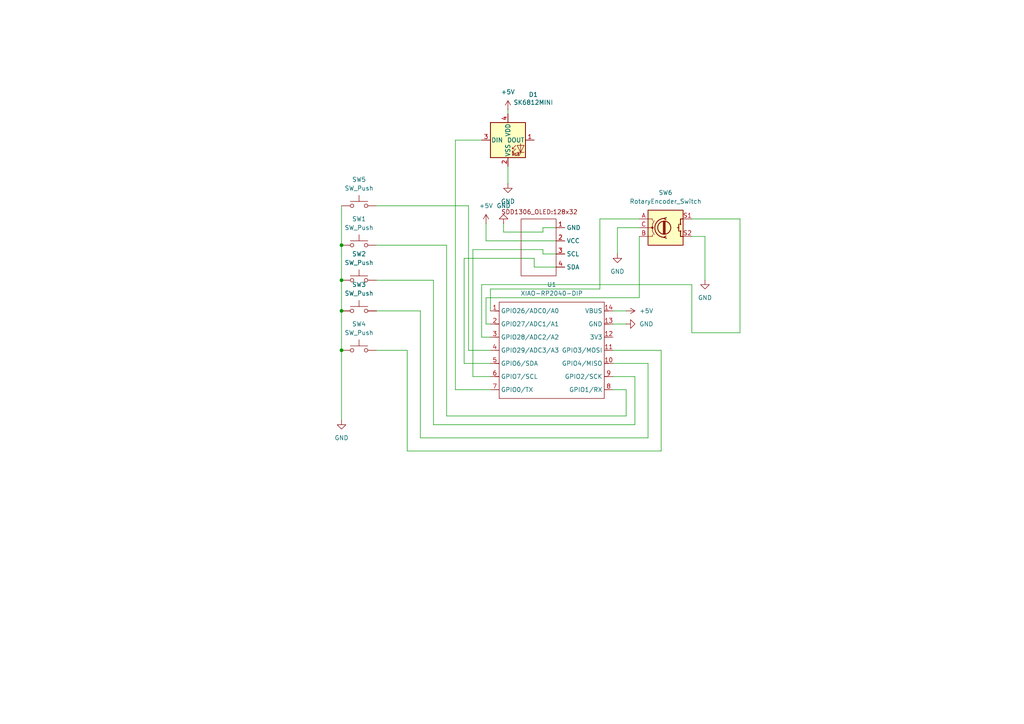
<source format=kicad_sch>
(kicad_sch
	(version 20250114)
	(generator "eeschema")
	(generator_version "9.0")
	(uuid "e2f23d5c-9e18-4dc2-b16a-7b4fffe71500")
	(paper "A4")
	(title_block
		(title "KLOUČEK FILIP")
		(date "2025-12-28")
	)
	(lib_symbols
		(symbol "Device:RotaryEncoder_Switch"
			(pin_names
				(offset 0.254)
				(hide yes)
			)
			(exclude_from_sim no)
			(in_bom yes)
			(on_board yes)
			(property "Reference" "SW"
				(at 0 6.604 0)
				(effects
					(font
						(size 1.27 1.27)
					)
				)
			)
			(property "Value" "RotaryEncoder_Switch"
				(at 0 -6.604 0)
				(effects
					(font
						(size 1.27 1.27)
					)
				)
			)
			(property "Footprint" ""
				(at -3.81 4.064 0)
				(effects
					(font
						(size 1.27 1.27)
					)
					(hide yes)
				)
			)
			(property "Datasheet" "~"
				(at 0 6.604 0)
				(effects
					(font
						(size 1.27 1.27)
					)
					(hide yes)
				)
			)
			(property "Description" "Rotary encoder, dual channel, incremental quadrate outputs, with switch"
				(at 0 0 0)
				(effects
					(font
						(size 1.27 1.27)
					)
					(hide yes)
				)
			)
			(property "ki_keywords" "rotary switch encoder switch push button"
				(at 0 0 0)
				(effects
					(font
						(size 1.27 1.27)
					)
					(hide yes)
				)
			)
			(property "ki_fp_filters" "RotaryEncoder*Switch*"
				(at 0 0 0)
				(effects
					(font
						(size 1.27 1.27)
					)
					(hide yes)
				)
			)
			(symbol "RotaryEncoder_Switch_0_1"
				(rectangle
					(start -5.08 5.08)
					(end 5.08 -5.08)
					(stroke
						(width 0.254)
						(type default)
					)
					(fill
						(type background)
					)
				)
				(polyline
					(pts
						(xy -5.08 2.54) (xy -3.81 2.54) (xy -3.81 2.032)
					)
					(stroke
						(width 0)
						(type default)
					)
					(fill
						(type none)
					)
				)
				(polyline
					(pts
						(xy -5.08 0) (xy -3.81 0) (xy -3.81 -1.016) (xy -3.302 -2.032)
					)
					(stroke
						(width 0)
						(type default)
					)
					(fill
						(type none)
					)
				)
				(polyline
					(pts
						(xy -5.08 -2.54) (xy -3.81 -2.54) (xy -3.81 -2.032)
					)
					(stroke
						(width 0)
						(type default)
					)
					(fill
						(type none)
					)
				)
				(polyline
					(pts
						(xy -4.318 0) (xy -3.81 0) (xy -3.81 1.016) (xy -3.302 2.032)
					)
					(stroke
						(width 0)
						(type default)
					)
					(fill
						(type none)
					)
				)
				(circle
					(center -3.81 0)
					(radius 0.254)
					(stroke
						(width 0)
						(type default)
					)
					(fill
						(type outline)
					)
				)
				(polyline
					(pts
						(xy -0.635 -1.778) (xy -0.635 1.778)
					)
					(stroke
						(width 0.254)
						(type default)
					)
					(fill
						(type none)
					)
				)
				(circle
					(center -0.381 0)
					(radius 1.905)
					(stroke
						(width 0.254)
						(type default)
					)
					(fill
						(type none)
					)
				)
				(polyline
					(pts
						(xy -0.381 -1.778) (xy -0.381 1.778)
					)
					(stroke
						(width 0.254)
						(type default)
					)
					(fill
						(type none)
					)
				)
				(arc
					(start -0.381 -2.794)
					(mid -3.0988 -0.0635)
					(end -0.381 2.667)
					(stroke
						(width 0.254)
						(type default)
					)
					(fill
						(type none)
					)
				)
				(polyline
					(pts
						(xy -0.127 1.778) (xy -0.127 -1.778)
					)
					(stroke
						(width 0.254)
						(type default)
					)
					(fill
						(type none)
					)
				)
				(polyline
					(pts
						(xy 0.254 2.921) (xy -0.508 2.667) (xy 0.127 2.286)
					)
					(stroke
						(width 0.254)
						(type default)
					)
					(fill
						(type none)
					)
				)
				(polyline
					(pts
						(xy 0.254 -3.048) (xy -0.508 -2.794) (xy 0.127 -2.413)
					)
					(stroke
						(width 0.254)
						(type default)
					)
					(fill
						(type none)
					)
				)
				(polyline
					(pts
						(xy 3.81 1.016) (xy 3.81 -1.016)
					)
					(stroke
						(width 0.254)
						(type default)
					)
					(fill
						(type none)
					)
				)
				(polyline
					(pts
						(xy 3.81 0) (xy 3.429 0)
					)
					(stroke
						(width 0.254)
						(type default)
					)
					(fill
						(type none)
					)
				)
				(circle
					(center 4.318 1.016)
					(radius 0.127)
					(stroke
						(width 0.254)
						(type default)
					)
					(fill
						(type none)
					)
				)
				(circle
					(center 4.318 -1.016)
					(radius 0.127)
					(stroke
						(width 0.254)
						(type default)
					)
					(fill
						(type none)
					)
				)
				(polyline
					(pts
						(xy 5.08 2.54) (xy 4.318 2.54) (xy 4.318 1.016)
					)
					(stroke
						(width 0.254)
						(type default)
					)
					(fill
						(type none)
					)
				)
				(polyline
					(pts
						(xy 5.08 -2.54) (xy 4.318 -2.54) (xy 4.318 -1.016)
					)
					(stroke
						(width 0.254)
						(type default)
					)
					(fill
						(type none)
					)
				)
			)
			(symbol "RotaryEncoder_Switch_1_1"
				(pin passive line
					(at -7.62 2.54 0)
					(length 2.54)
					(name "A"
						(effects
							(font
								(size 1.27 1.27)
							)
						)
					)
					(number "A"
						(effects
							(font
								(size 1.27 1.27)
							)
						)
					)
				)
				(pin passive line
					(at -7.62 0 0)
					(length 2.54)
					(name "C"
						(effects
							(font
								(size 1.27 1.27)
							)
						)
					)
					(number "C"
						(effects
							(font
								(size 1.27 1.27)
							)
						)
					)
				)
				(pin passive line
					(at -7.62 -2.54 0)
					(length 2.54)
					(name "B"
						(effects
							(font
								(size 1.27 1.27)
							)
						)
					)
					(number "B"
						(effects
							(font
								(size 1.27 1.27)
							)
						)
					)
				)
				(pin passive line
					(at 7.62 2.54 180)
					(length 2.54)
					(name "S1"
						(effects
							(font
								(size 1.27 1.27)
							)
						)
					)
					(number "S1"
						(effects
							(font
								(size 1.27 1.27)
							)
						)
					)
				)
				(pin passive line
					(at 7.62 -2.54 180)
					(length 2.54)
					(name "S2"
						(effects
							(font
								(size 1.27 1.27)
							)
						)
					)
					(number "S2"
						(effects
							(font
								(size 1.27 1.27)
							)
						)
					)
				)
			)
			(embedded_fonts no)
		)
		(symbol "LED:SK6812MINI"
			(pin_names
				(offset 0.254)
			)
			(exclude_from_sim no)
			(in_bom yes)
			(on_board yes)
			(property "Reference" "D"
				(at 5.08 5.715 0)
				(effects
					(font
						(size 1.27 1.27)
					)
					(justify right bottom)
				)
			)
			(property "Value" "SK6812MINI"
				(at 1.27 -5.715 0)
				(effects
					(font
						(size 1.27 1.27)
					)
					(justify left top)
				)
			)
			(property "Footprint" "LED_SMD:LED_SK6812MINI_PLCC4_3.5x3.5mm_P1.75mm"
				(at 1.27 -7.62 0)
				(effects
					(font
						(size 1.27 1.27)
					)
					(justify left top)
					(hide yes)
				)
			)
			(property "Datasheet" "https://cdn-shop.adafruit.com/product-files/2686/SK6812MINI_REV.01-1-2.pdf"
				(at 2.54 -9.525 0)
				(effects
					(font
						(size 1.27 1.27)
					)
					(justify left top)
					(hide yes)
				)
			)
			(property "Description" "RGB LED with integrated controller"
				(at 0 0 0)
				(effects
					(font
						(size 1.27 1.27)
					)
					(hide yes)
				)
			)
			(property "ki_keywords" "RGB LED NeoPixel Mini addressable"
				(at 0 0 0)
				(effects
					(font
						(size 1.27 1.27)
					)
					(hide yes)
				)
			)
			(property "ki_fp_filters" "LED*SK6812MINI*PLCC*3.5x3.5mm*P1.75mm*"
				(at 0 0 0)
				(effects
					(font
						(size 1.27 1.27)
					)
					(hide yes)
				)
			)
			(symbol "SK6812MINI_0_0"
				(text "RGB"
					(at 2.286 -4.191 0)
					(effects
						(font
							(size 0.762 0.762)
						)
					)
				)
			)
			(symbol "SK6812MINI_0_1"
				(polyline
					(pts
						(xy 1.27 -2.54) (xy 1.778 -2.54)
					)
					(stroke
						(width 0)
						(type default)
					)
					(fill
						(type none)
					)
				)
				(polyline
					(pts
						(xy 1.27 -3.556) (xy 1.778 -3.556)
					)
					(stroke
						(width 0)
						(type default)
					)
					(fill
						(type none)
					)
				)
				(polyline
					(pts
						(xy 2.286 -1.524) (xy 1.27 -2.54) (xy 1.27 -2.032)
					)
					(stroke
						(width 0)
						(type default)
					)
					(fill
						(type none)
					)
				)
				(polyline
					(pts
						(xy 2.286 -2.54) (xy 1.27 -3.556) (xy 1.27 -3.048)
					)
					(stroke
						(width 0)
						(type default)
					)
					(fill
						(type none)
					)
				)
				(polyline
					(pts
						(xy 3.683 -1.016) (xy 3.683 -3.556) (xy 3.683 -4.064)
					)
					(stroke
						(width 0)
						(type default)
					)
					(fill
						(type none)
					)
				)
				(polyline
					(pts
						(xy 4.699 -1.524) (xy 2.667 -1.524) (xy 3.683 -3.556) (xy 4.699 -1.524)
					)
					(stroke
						(width 0)
						(type default)
					)
					(fill
						(type none)
					)
				)
				(polyline
					(pts
						(xy 4.699 -3.556) (xy 2.667 -3.556)
					)
					(stroke
						(width 0)
						(type default)
					)
					(fill
						(type none)
					)
				)
				(rectangle
					(start 5.08 5.08)
					(end -5.08 -5.08)
					(stroke
						(width 0.254)
						(type default)
					)
					(fill
						(type background)
					)
				)
			)
			(symbol "SK6812MINI_1_1"
				(pin input line
					(at -7.62 0 0)
					(length 2.54)
					(name "DIN"
						(effects
							(font
								(size 1.27 1.27)
							)
						)
					)
					(number "3"
						(effects
							(font
								(size 1.27 1.27)
							)
						)
					)
				)
				(pin power_in line
					(at 0 7.62 270)
					(length 2.54)
					(name "VDD"
						(effects
							(font
								(size 1.27 1.27)
							)
						)
					)
					(number "4"
						(effects
							(font
								(size 1.27 1.27)
							)
						)
					)
				)
				(pin power_in line
					(at 0 -7.62 90)
					(length 2.54)
					(name "VSS"
						(effects
							(font
								(size 1.27 1.27)
							)
						)
					)
					(number "2"
						(effects
							(font
								(size 1.27 1.27)
							)
						)
					)
				)
				(pin output line
					(at 7.62 0 180)
					(length 2.54)
					(name "DOUT"
						(effects
							(font
								(size 1.27 1.27)
							)
						)
					)
					(number "1"
						(effects
							(font
								(size 1.27 1.27)
							)
						)
					)
				)
			)
			(embedded_fonts no)
		)
		(symbol "OPL knihovna:XIAO-RP2040-DIP"
			(exclude_from_sim no)
			(in_bom yes)
			(on_board yes)
			(property "Reference" "U"
				(at 0 0 0)
				(effects
					(font
						(size 1.27 1.27)
					)
				)
			)
			(property "Value" "XIAO-RP2040-DIP"
				(at 5.334 -1.778 0)
				(effects
					(font
						(size 1.27 1.27)
					)
				)
			)
			(property "Footprint" "Module:MOUDLE14P-XIAO-DIP-SMD"
				(at 14.478 -32.258 0)
				(effects
					(font
						(size 1.27 1.27)
					)
					(hide yes)
				)
			)
			(property "Datasheet" ""
				(at 0 0 0)
				(effects
					(font
						(size 1.27 1.27)
					)
					(hide yes)
				)
			)
			(property "Description" ""
				(at 0 0 0)
				(effects
					(font
						(size 1.27 1.27)
					)
					(hide yes)
				)
			)
			(symbol "XIAO-RP2040-DIP_1_0"
				(polyline
					(pts
						(xy -1.27 -2.54) (xy 29.21 -2.54)
					)
					(stroke
						(width 0.1524)
						(type solid)
					)
					(fill
						(type none)
					)
				)
				(polyline
					(pts
						(xy -1.27 -5.08) (xy -2.54 -5.08)
					)
					(stroke
						(width 0.1524)
						(type solid)
					)
					(fill
						(type none)
					)
				)
				(polyline
					(pts
						(xy -1.27 -5.08) (xy -1.27 -2.54)
					)
					(stroke
						(width 0.1524)
						(type solid)
					)
					(fill
						(type none)
					)
				)
				(polyline
					(pts
						(xy -1.27 -8.89) (xy -2.54 -8.89)
					)
					(stroke
						(width 0.1524)
						(type solid)
					)
					(fill
						(type none)
					)
				)
				(polyline
					(pts
						(xy -1.27 -8.89) (xy -1.27 -5.08)
					)
					(stroke
						(width 0.1524)
						(type solid)
					)
					(fill
						(type none)
					)
				)
				(polyline
					(pts
						(xy -1.27 -12.7) (xy -2.54 -12.7)
					)
					(stroke
						(width 0.1524)
						(type solid)
					)
					(fill
						(type none)
					)
				)
				(polyline
					(pts
						(xy -1.27 -12.7) (xy -1.27 -8.89)
					)
					(stroke
						(width 0.1524)
						(type solid)
					)
					(fill
						(type none)
					)
				)
				(polyline
					(pts
						(xy -1.27 -16.51) (xy -2.54 -16.51)
					)
					(stroke
						(width 0.1524)
						(type solid)
					)
					(fill
						(type none)
					)
				)
				(polyline
					(pts
						(xy -1.27 -16.51) (xy -1.27 -12.7)
					)
					(stroke
						(width 0.1524)
						(type solid)
					)
					(fill
						(type none)
					)
				)
				(polyline
					(pts
						(xy -1.27 -20.32) (xy -2.54 -20.32)
					)
					(stroke
						(width 0.1524)
						(type solid)
					)
					(fill
						(type none)
					)
				)
				(polyline
					(pts
						(xy -1.27 -24.13) (xy -2.54 -24.13)
					)
					(stroke
						(width 0.1524)
						(type solid)
					)
					(fill
						(type none)
					)
				)
				(polyline
					(pts
						(xy -1.27 -27.94) (xy -2.54 -27.94)
					)
					(stroke
						(width 0.1524)
						(type solid)
					)
					(fill
						(type none)
					)
				)
				(polyline
					(pts
						(xy -1.27 -30.48) (xy -1.27 -16.51)
					)
					(stroke
						(width 0.1524)
						(type solid)
					)
					(fill
						(type none)
					)
				)
				(polyline
					(pts
						(xy 29.21 -2.54) (xy 29.21 -5.08)
					)
					(stroke
						(width 0.1524)
						(type solid)
					)
					(fill
						(type none)
					)
				)
				(polyline
					(pts
						(xy 29.21 -5.08) (xy 29.21 -8.89)
					)
					(stroke
						(width 0.1524)
						(type solid)
					)
					(fill
						(type none)
					)
				)
				(polyline
					(pts
						(xy 29.21 -8.89) (xy 29.21 -12.7)
					)
					(stroke
						(width 0.1524)
						(type solid)
					)
					(fill
						(type none)
					)
				)
				(polyline
					(pts
						(xy 29.21 -12.7) (xy 29.21 -30.48)
					)
					(stroke
						(width 0.1524)
						(type solid)
					)
					(fill
						(type none)
					)
				)
				(polyline
					(pts
						(xy 29.21 -30.48) (xy -1.27 -30.48)
					)
					(stroke
						(width 0.1524)
						(type solid)
					)
					(fill
						(type none)
					)
				)
				(polyline
					(pts
						(xy 30.48 -5.08) (xy 29.21 -5.08)
					)
					(stroke
						(width 0.1524)
						(type solid)
					)
					(fill
						(type none)
					)
				)
				(polyline
					(pts
						(xy 30.48 -8.89) (xy 29.21 -8.89)
					)
					(stroke
						(width 0.1524)
						(type solid)
					)
					(fill
						(type none)
					)
				)
				(polyline
					(pts
						(xy 30.48 -12.7) (xy 29.21 -12.7)
					)
					(stroke
						(width 0.1524)
						(type solid)
					)
					(fill
						(type none)
					)
				)
				(polyline
					(pts
						(xy 30.48 -16.51) (xy 29.21 -16.51)
					)
					(stroke
						(width 0.1524)
						(type solid)
					)
					(fill
						(type none)
					)
				)
				(polyline
					(pts
						(xy 30.48 -20.32) (xy 29.21 -20.32)
					)
					(stroke
						(width 0.1524)
						(type solid)
					)
					(fill
						(type none)
					)
				)
				(polyline
					(pts
						(xy 30.48 -24.13) (xy 29.21 -24.13)
					)
					(stroke
						(width 0.1524)
						(type solid)
					)
					(fill
						(type none)
					)
				)
				(polyline
					(pts
						(xy 30.48 -27.94) (xy 29.21 -27.94)
					)
					(stroke
						(width 0.1524)
						(type solid)
					)
					(fill
						(type none)
					)
				)
				(pin passive line
					(at -3.81 -5.08 0)
					(length 2.54)
					(name "GPIO26/ADC0/A0"
						(effects
							(font
								(size 1.27 1.27)
							)
						)
					)
					(number "1"
						(effects
							(font
								(size 1.27 1.27)
							)
						)
					)
				)
				(pin passive line
					(at -3.81 -8.89 0)
					(length 2.54)
					(name "GPIO27/ADC1/A1"
						(effects
							(font
								(size 1.27 1.27)
							)
						)
					)
					(number "2"
						(effects
							(font
								(size 1.27 1.27)
							)
						)
					)
				)
				(pin passive line
					(at -3.81 -12.7 0)
					(length 2.54)
					(name "GPIO28/ADC2/A2"
						(effects
							(font
								(size 1.27 1.27)
							)
						)
					)
					(number "3"
						(effects
							(font
								(size 1.27 1.27)
							)
						)
					)
				)
				(pin passive line
					(at -3.81 -16.51 0)
					(length 2.54)
					(name "GPIO29/ADC3/A3"
						(effects
							(font
								(size 1.27 1.27)
							)
						)
					)
					(number "4"
						(effects
							(font
								(size 1.27 1.27)
							)
						)
					)
				)
				(pin passive line
					(at -3.81 -20.32 0)
					(length 2.54)
					(name "GPIO6/SDA"
						(effects
							(font
								(size 1.27 1.27)
							)
						)
					)
					(number "5"
						(effects
							(font
								(size 1.27 1.27)
							)
						)
					)
				)
				(pin passive line
					(at -3.81 -24.13 0)
					(length 2.54)
					(name "GPIO7/SCL"
						(effects
							(font
								(size 1.27 1.27)
							)
						)
					)
					(number "6"
						(effects
							(font
								(size 1.27 1.27)
							)
						)
					)
				)
				(pin passive line
					(at -3.81 -27.94 0)
					(length 2.54)
					(name "GPIO0/TX"
						(effects
							(font
								(size 1.27 1.27)
							)
						)
					)
					(number "7"
						(effects
							(font
								(size 1.27 1.27)
							)
						)
					)
				)
				(pin passive line
					(at 31.75 -5.08 180)
					(length 2.54)
					(name "VBUS"
						(effects
							(font
								(size 1.27 1.27)
							)
						)
					)
					(number "14"
						(effects
							(font
								(size 1.27 1.27)
							)
						)
					)
				)
				(pin passive line
					(at 31.75 -8.89 180)
					(length 2.54)
					(name "GND"
						(effects
							(font
								(size 1.27 1.27)
							)
						)
					)
					(number "13"
						(effects
							(font
								(size 1.27 1.27)
							)
						)
					)
				)
				(pin passive line
					(at 31.75 -12.7 180)
					(length 2.54)
					(name "3V3"
						(effects
							(font
								(size 1.27 1.27)
							)
						)
					)
					(number "12"
						(effects
							(font
								(size 1.27 1.27)
							)
						)
					)
				)
				(pin passive line
					(at 31.75 -16.51 180)
					(length 2.54)
					(name "GPIO3/MOSI"
						(effects
							(font
								(size 1.27 1.27)
							)
						)
					)
					(number "11"
						(effects
							(font
								(size 1.27 1.27)
							)
						)
					)
				)
				(pin passive line
					(at 31.75 -20.32 180)
					(length 2.54)
					(name "GPIO4/MISO"
						(effects
							(font
								(size 1.27 1.27)
							)
						)
					)
					(number "10"
						(effects
							(font
								(size 1.27 1.27)
							)
						)
					)
				)
				(pin passive line
					(at 31.75 -24.13 180)
					(length 2.54)
					(name "GPIO2/SCK"
						(effects
							(font
								(size 1.27 1.27)
							)
						)
					)
					(number "9"
						(effects
							(font
								(size 1.27 1.27)
							)
						)
					)
				)
				(pin passive line
					(at 31.75 -27.94 180)
					(length 2.54)
					(name "GPIO1/RX"
						(effects
							(font
								(size 1.27 1.27)
							)
						)
					)
					(number "8"
						(effects
							(font
								(size 1.27 1.27)
							)
						)
					)
				)
			)
			(embedded_fonts no)
		)
		(symbol "SDD1306_OLED:SSD1306_OLED"
			(exclude_from_sim no)
			(in_bom yes)
			(on_board yes)
			(property "Reference" "DS1"
				(at -2.794 6.35 0)
				(effects
					(font
						(size 1.27 1.27)
					)
					(hide yes)
				)
			)
			(property "Value" ""
				(at -17.78 -19.05 0)
				(effects
					(font
						(size 1.27 1.27)
					)
				)
			)
			(property "Footprint" "SDD1306_OLED:SSD1306-0.91-OLED-4pin-128x32"
				(at -28.956 -21.082 0)
				(effects
					(font
						(size 1.27 1.27)
					)
					(hide yes)
				)
			)
			(property "Datasheet" "https://www.electronicaembajadores.com/datos/pdf1/lc/lcgr/lcgrol3.pdf"
				(at -14.732 -17.018 0)
				(effects
					(font
						(size 1.27 1.27)
					)
					(hide yes)
				)
			)
			(property "Description" "SDD1306 OLED DISPLAY 0.91\" - ARDUINO MODULE"
				(at -17.78 -19.05 0)
				(effects
					(font
						(size 1.27 1.27)
					)
					(hide yes)
				)
			)
			(property "ki_keywords" "SSD1306,OLED,DISPLAY"
				(at 0 0 0)
				(effects
					(font
						(size 1.27 1.27)
					)
					(hide yes)
				)
			)
			(symbol "SSD1306_OLED_0_1"
				(rectangle
					(start -5.08 7.62)
					(end 5.08 -8.89)
					(stroke
						(width 0)
						(type default)
					)
					(fill
						(type none)
					)
				)
			)
			(symbol "SSD1306_OLED_1_1"
				(text "SDD1306_OLED:128x32"
					(at 0.254 9.652 0)
					(effects
						(font
							(size 1.27 1.27)
						)
					)
				)
				(pin input line
					(at 5.08 5.08 0)
					(length 2.54)
					(name "GND"
						(effects
							(font
								(size 1.27 1.27)
							)
						)
					)
					(number "1"
						(effects
							(font
								(size 1.27 1.27)
							)
						)
					)
				)
				(pin input line
					(at 5.08 1.27 0)
					(length 2.54)
					(name "VCC"
						(effects
							(font
								(size 1.27 1.27)
							)
						)
					)
					(number "2"
						(effects
							(font
								(size 1.27 1.27)
							)
						)
					)
				)
				(pin input line
					(at 5.08 -2.54 0)
					(length 2.54)
					(name "SCL"
						(effects
							(font
								(size 1.27 1.27)
							)
						)
					)
					(number "3"
						(effects
							(font
								(size 1.27 1.27)
							)
						)
					)
				)
				(pin input line
					(at 5.08 -6.35 0)
					(length 2.54)
					(name "SDA"
						(effects
							(font
								(size 1.27 1.27)
							)
						)
					)
					(number "4"
						(effects
							(font
								(size 1.27 1.27)
							)
						)
					)
				)
			)
			(embedded_fonts no)
		)
		(symbol "Switch:SW_Push"
			(pin_numbers
				(hide yes)
			)
			(pin_names
				(offset 1.016)
				(hide yes)
			)
			(exclude_from_sim no)
			(in_bom yes)
			(on_board yes)
			(property "Reference" "SW"
				(at 1.27 2.54 0)
				(effects
					(font
						(size 1.27 1.27)
					)
					(justify left)
				)
			)
			(property "Value" "SW_Push"
				(at 0 -1.524 0)
				(effects
					(font
						(size 1.27 1.27)
					)
				)
			)
			(property "Footprint" ""
				(at 0 5.08 0)
				(effects
					(font
						(size 1.27 1.27)
					)
					(hide yes)
				)
			)
			(property "Datasheet" "~"
				(at 0 5.08 0)
				(effects
					(font
						(size 1.27 1.27)
					)
					(hide yes)
				)
			)
			(property "Description" "Push button switch, generic, two pins"
				(at 0 0 0)
				(effects
					(font
						(size 1.27 1.27)
					)
					(hide yes)
				)
			)
			(property "ki_keywords" "switch normally-open pushbutton push-button"
				(at 0 0 0)
				(effects
					(font
						(size 1.27 1.27)
					)
					(hide yes)
				)
			)
			(symbol "SW_Push_0_1"
				(circle
					(center -2.032 0)
					(radius 0.508)
					(stroke
						(width 0)
						(type default)
					)
					(fill
						(type none)
					)
				)
				(polyline
					(pts
						(xy 0 1.27) (xy 0 3.048)
					)
					(stroke
						(width 0)
						(type default)
					)
					(fill
						(type none)
					)
				)
				(circle
					(center 2.032 0)
					(radius 0.508)
					(stroke
						(width 0)
						(type default)
					)
					(fill
						(type none)
					)
				)
				(polyline
					(pts
						(xy 2.54 1.27) (xy -2.54 1.27)
					)
					(stroke
						(width 0)
						(type default)
					)
					(fill
						(type none)
					)
				)
				(pin passive line
					(at -5.08 0 0)
					(length 2.54)
					(name "1"
						(effects
							(font
								(size 1.27 1.27)
							)
						)
					)
					(number "1"
						(effects
							(font
								(size 1.27 1.27)
							)
						)
					)
				)
				(pin passive line
					(at 5.08 0 180)
					(length 2.54)
					(name "2"
						(effects
							(font
								(size 1.27 1.27)
							)
						)
					)
					(number "2"
						(effects
							(font
								(size 1.27 1.27)
							)
						)
					)
				)
			)
			(embedded_fonts no)
		)
		(symbol "power:+5V"
			(power)
			(pin_numbers
				(hide yes)
			)
			(pin_names
				(offset 0)
				(hide yes)
			)
			(exclude_from_sim no)
			(in_bom yes)
			(on_board yes)
			(property "Reference" "#PWR"
				(at 0 -3.81 0)
				(effects
					(font
						(size 1.27 1.27)
					)
					(hide yes)
				)
			)
			(property "Value" "+5V"
				(at 0 3.556 0)
				(effects
					(font
						(size 1.27 1.27)
					)
				)
			)
			(property "Footprint" ""
				(at 0 0 0)
				(effects
					(font
						(size 1.27 1.27)
					)
					(hide yes)
				)
			)
			(property "Datasheet" ""
				(at 0 0 0)
				(effects
					(font
						(size 1.27 1.27)
					)
					(hide yes)
				)
			)
			(property "Description" "Power symbol creates a global label with name \"+5V\""
				(at 0 0 0)
				(effects
					(font
						(size 1.27 1.27)
					)
					(hide yes)
				)
			)
			(property "ki_keywords" "global power"
				(at 0 0 0)
				(effects
					(font
						(size 1.27 1.27)
					)
					(hide yes)
				)
			)
			(symbol "+5V_0_1"
				(polyline
					(pts
						(xy -0.762 1.27) (xy 0 2.54)
					)
					(stroke
						(width 0)
						(type default)
					)
					(fill
						(type none)
					)
				)
				(polyline
					(pts
						(xy 0 2.54) (xy 0.762 1.27)
					)
					(stroke
						(width 0)
						(type default)
					)
					(fill
						(type none)
					)
				)
				(polyline
					(pts
						(xy 0 0) (xy 0 2.54)
					)
					(stroke
						(width 0)
						(type default)
					)
					(fill
						(type none)
					)
				)
			)
			(symbol "+5V_1_1"
				(pin power_in line
					(at 0 0 90)
					(length 0)
					(name "~"
						(effects
							(font
								(size 1.27 1.27)
							)
						)
					)
					(number "1"
						(effects
							(font
								(size 1.27 1.27)
							)
						)
					)
				)
			)
			(embedded_fonts no)
		)
		(symbol "power:GND"
			(power)
			(pin_numbers
				(hide yes)
			)
			(pin_names
				(offset 0)
				(hide yes)
			)
			(exclude_from_sim no)
			(in_bom yes)
			(on_board yes)
			(property "Reference" "#PWR"
				(at 0 -6.35 0)
				(effects
					(font
						(size 1.27 1.27)
					)
					(hide yes)
				)
			)
			(property "Value" "GND"
				(at 0 -3.81 0)
				(effects
					(font
						(size 1.27 1.27)
					)
				)
			)
			(property "Footprint" ""
				(at 0 0 0)
				(effects
					(font
						(size 1.27 1.27)
					)
					(hide yes)
				)
			)
			(property "Datasheet" ""
				(at 0 0 0)
				(effects
					(font
						(size 1.27 1.27)
					)
					(hide yes)
				)
			)
			(property "Description" "Power symbol creates a global label with name \"GND\" , ground"
				(at 0 0 0)
				(effects
					(font
						(size 1.27 1.27)
					)
					(hide yes)
				)
			)
			(property "ki_keywords" "global power"
				(at 0 0 0)
				(effects
					(font
						(size 1.27 1.27)
					)
					(hide yes)
				)
			)
			(symbol "GND_0_1"
				(polyline
					(pts
						(xy 0 0) (xy 0 -1.27) (xy 1.27 -1.27) (xy 0 -2.54) (xy -1.27 -1.27) (xy 0 -1.27)
					)
					(stroke
						(width 0)
						(type default)
					)
					(fill
						(type none)
					)
				)
			)
			(symbol "GND_1_1"
				(pin power_in line
					(at 0 0 270)
					(length 0)
					(name "~"
						(effects
							(font
								(size 1.27 1.27)
							)
						)
					)
					(number "1"
						(effects
							(font
								(size 1.27 1.27)
							)
						)
					)
				)
			)
			(embedded_fonts no)
		)
	)
	(junction
		(at 99.06 90.17)
		(diameter 0)
		(color 0 0 0 0)
		(uuid "43190c9a-a570-494a-81ec-130a74efdd98")
	)
	(junction
		(at 99.06 81.28)
		(diameter 0)
		(color 0 0 0 0)
		(uuid "4e1f83fe-8a23-4884-8500-35930a5b1356")
	)
	(junction
		(at 99.06 101.6)
		(diameter 0)
		(color 0 0 0 0)
		(uuid "bea8d75d-eb86-439e-ad17-0b0f446b5da4")
	)
	(junction
		(at 99.06 71.12)
		(diameter 0)
		(color 0 0 0 0)
		(uuid "ccc37d84-20b7-4a1f-934b-c5ba39bc93b5")
	)
	(wire
		(pts
			(xy 191.77 101.6) (xy 177.8 101.6)
		)
		(stroke
			(width 0)
			(type default)
		)
		(uuid "0b84576e-8d9b-4470-9e97-f0a61c208aec")
	)
	(wire
		(pts
			(xy 140.97 69.85) (xy 161.29 69.85)
		)
		(stroke
			(width 0)
			(type default)
		)
		(uuid "0caae99b-6175-475b-bff8-feb91bbb20a3")
	)
	(wire
		(pts
			(xy 139.7 82.55) (xy 139.7 97.79)
		)
		(stroke
			(width 0)
			(type default)
		)
		(uuid "10fff65f-396e-488a-ae3e-4dd29cd3be7c")
	)
	(wire
		(pts
			(xy 99.06 90.17) (xy 99.06 101.6)
		)
		(stroke
			(width 0)
			(type default)
		)
		(uuid "12e93b9d-92b3-49a4-b74c-9bbbda53cbee")
	)
	(wire
		(pts
			(xy 129.54 120.65) (xy 181.61 120.65)
		)
		(stroke
			(width 0)
			(type default)
		)
		(uuid "130baf70-23e5-42e7-a269-1cdcfc616fd3")
	)
	(wire
		(pts
			(xy 191.77 130.81) (xy 191.77 101.6)
		)
		(stroke
			(width 0)
			(type default)
		)
		(uuid "14f7ca2c-d75c-4600-a5f0-7d324ff1b49e")
	)
	(wire
		(pts
			(xy 132.08 40.64) (xy 132.08 113.03)
		)
		(stroke
			(width 0)
			(type default)
		)
		(uuid "177ac480-206a-416f-b056-e9edf835cf52")
	)
	(wire
		(pts
			(xy 109.22 59.69) (xy 135.89 59.69)
		)
		(stroke
			(width 0)
			(type default)
		)
		(uuid "1889dadd-8312-4aa3-9de0-a61b74ce1938")
	)
	(wire
		(pts
			(xy 184.15 123.19) (xy 184.15 109.22)
		)
		(stroke
			(width 0)
			(type default)
		)
		(uuid "1943ad23-2098-4fa7-bffc-00c6c4210a13")
	)
	(wire
		(pts
			(xy 129.54 71.12) (xy 129.54 120.65)
		)
		(stroke
			(width 0)
			(type default)
		)
		(uuid "1d6452a0-6879-4c6d-904e-7255e656d8bb")
	)
	(wire
		(pts
			(xy 140.97 93.98) (xy 142.24 93.98)
		)
		(stroke
			(width 0)
			(type default)
		)
		(uuid "1d88b790-a907-4816-a39d-4ad7f5d69b3c")
	)
	(wire
		(pts
			(xy 157.48 67.31) (xy 157.48 66.04)
		)
		(stroke
			(width 0)
			(type default)
		)
		(uuid "1f12122e-283f-4549-b43e-4ace989a3577")
	)
	(wire
		(pts
			(xy 147.32 48.26) (xy 147.32 53.34)
		)
		(stroke
			(width 0)
			(type default)
		)
		(uuid "2d1d0814-3cbd-40ef-9a2a-d92f33de7dad")
	)
	(wire
		(pts
			(xy 173.99 63.5) (xy 173.99 83.82)
		)
		(stroke
			(width 0)
			(type default)
		)
		(uuid "2f9ec8cc-6772-4185-8cda-c59336af056e")
	)
	(wire
		(pts
			(xy 140.97 86.36) (xy 140.97 93.98)
		)
		(stroke
			(width 0)
			(type default)
		)
		(uuid "42ec5e78-d84e-4a7e-a4ec-ee5ca502b274")
	)
	(wire
		(pts
			(xy 135.89 101.6) (xy 142.24 101.6)
		)
		(stroke
			(width 0)
			(type default)
		)
		(uuid "45a4a3b5-2d51-4e48-b845-2667bf0460a0")
	)
	(wire
		(pts
			(xy 154.94 77.47) (xy 161.29 77.47)
		)
		(stroke
			(width 0)
			(type default)
		)
		(uuid "47e1ce97-c9ac-4e40-a249-2d31a1510a6a")
	)
	(wire
		(pts
			(xy 200.66 82.55) (xy 139.7 82.55)
		)
		(stroke
			(width 0)
			(type default)
		)
		(uuid "47e32d2c-2fa2-458f-a99c-d73a033d4363")
	)
	(wire
		(pts
			(xy 121.92 127) (xy 187.96 127)
		)
		(stroke
			(width 0)
			(type default)
		)
		(uuid "4e78adc2-684f-42b4-b506-53907afc55e9")
	)
	(wire
		(pts
			(xy 135.89 59.69) (xy 135.89 101.6)
		)
		(stroke
			(width 0)
			(type default)
		)
		(uuid "5a36da1f-acbf-4061-8887-25fcc8f08384")
	)
	(wire
		(pts
			(xy 214.63 63.5) (xy 200.66 63.5)
		)
		(stroke
			(width 0)
			(type default)
		)
		(uuid "5a81b4e9-d704-44ba-9571-1f6711575c7f")
	)
	(wire
		(pts
			(xy 134.62 74.93) (xy 154.94 74.93)
		)
		(stroke
			(width 0)
			(type default)
		)
		(uuid "5e5f74eb-b3dd-4ee6-b3ff-b88882682846")
	)
	(wire
		(pts
			(xy 157.48 73.66) (xy 161.29 73.66)
		)
		(stroke
			(width 0)
			(type default)
		)
		(uuid "5f68f72d-5e85-4000-86a7-1a209c753c09")
	)
	(wire
		(pts
			(xy 200.66 96.52) (xy 214.63 96.52)
		)
		(stroke
			(width 0)
			(type default)
		)
		(uuid "6088bfbc-90ed-41c6-bec2-9117d627fdd5")
	)
	(wire
		(pts
			(xy 125.73 81.28) (xy 109.22 81.28)
		)
		(stroke
			(width 0)
			(type default)
		)
		(uuid "61f8784d-e92d-4516-b991-29bc9403736a")
	)
	(wire
		(pts
			(xy 99.06 71.12) (xy 99.06 81.28)
		)
		(stroke
			(width 0)
			(type default)
		)
		(uuid "64c249ea-de1e-44ad-a922-40e46e52e6f0")
	)
	(wire
		(pts
			(xy 99.06 59.69) (xy 99.06 71.12)
		)
		(stroke
			(width 0)
			(type default)
		)
		(uuid "67f9b5a1-b951-49fc-84a3-f15d9c48dee7")
	)
	(wire
		(pts
			(xy 146.05 64.77) (xy 146.05 67.31)
		)
		(stroke
			(width 0)
			(type default)
		)
		(uuid "6a4f5792-55e6-4705-a2d2-2e50c0cf3101")
	)
	(wire
		(pts
			(xy 99.06 101.6) (xy 99.06 121.92)
		)
		(stroke
			(width 0)
			(type default)
		)
		(uuid "70aa594c-8bce-4679-b3a2-975110ebbec6")
	)
	(wire
		(pts
			(xy 142.24 83.82) (xy 142.24 90.17)
		)
		(stroke
			(width 0)
			(type default)
		)
		(uuid "7ef4236d-32c2-4039-839d-ea7c30298bcc")
	)
	(wire
		(pts
			(xy 121.92 90.17) (xy 121.92 127)
		)
		(stroke
			(width 0)
			(type default)
		)
		(uuid "7fc33d0a-e8f5-4827-a4fd-7bc8d73d66a1")
	)
	(wire
		(pts
			(xy 177.8 93.98) (xy 181.61 93.98)
		)
		(stroke
			(width 0)
			(type default)
		)
		(uuid "808dd67f-7ddb-4786-9bf8-f4015bab6846")
	)
	(wire
		(pts
			(xy 200.66 82.55) (xy 200.66 96.52)
		)
		(stroke
			(width 0)
			(type default)
		)
		(uuid "83c98f49-81a3-4632-a94d-4ec6b5393bc1")
	)
	(wire
		(pts
			(xy 184.15 109.22) (xy 177.8 109.22)
		)
		(stroke
			(width 0)
			(type default)
		)
		(uuid "89c48b9a-5d65-4076-910b-fac88a2fa16d")
	)
	(wire
		(pts
			(xy 187.96 105.41) (xy 177.8 105.41)
		)
		(stroke
			(width 0)
			(type default)
		)
		(uuid "8b1bb3d0-dd84-4bee-8cd0-9f3e3fe791f8")
	)
	(wire
		(pts
			(xy 185.42 86.36) (xy 140.97 86.36)
		)
		(stroke
			(width 0)
			(type default)
		)
		(uuid "8bb0368c-d693-426f-807c-09d8774c88e3")
	)
	(wire
		(pts
			(xy 185.42 66.04) (xy 179.07 66.04)
		)
		(stroke
			(width 0)
			(type default)
		)
		(uuid "8d41af3a-62dd-4644-b5d1-81254d47da1b")
	)
	(wire
		(pts
			(xy 185.42 68.58) (xy 185.42 86.36)
		)
		(stroke
			(width 0)
			(type default)
		)
		(uuid "90bb6e1d-adbb-4c98-b456-e671bf341ce7")
	)
	(wire
		(pts
			(xy 139.7 40.64) (xy 132.08 40.64)
		)
		(stroke
			(width 0)
			(type default)
		)
		(uuid "90da4d25-552d-4566-a7a7-dec59694190d")
	)
	(wire
		(pts
			(xy 118.11 101.6) (xy 118.11 130.81)
		)
		(stroke
			(width 0)
			(type default)
		)
		(uuid "92ef01e0-ae06-4412-9452-fd8fab085dc8")
	)
	(wire
		(pts
			(xy 173.99 83.82) (xy 142.24 83.82)
		)
		(stroke
			(width 0)
			(type default)
		)
		(uuid "98dab7b4-c0f1-4422-8ca7-377d043e0d66")
	)
	(wire
		(pts
			(xy 157.48 66.04) (xy 161.29 66.04)
		)
		(stroke
			(width 0)
			(type default)
		)
		(uuid "99aafcbd-2b1f-422b-af6c-aa6951594011")
	)
	(wire
		(pts
			(xy 109.22 90.17) (xy 121.92 90.17)
		)
		(stroke
			(width 0)
			(type default)
		)
		(uuid "9ad9646b-f35a-4443-8621-6e260b94f0c3")
	)
	(wire
		(pts
			(xy 214.63 96.52) (xy 214.63 63.5)
		)
		(stroke
			(width 0)
			(type default)
		)
		(uuid "9b013d5d-b3ac-4dd8-9e48-4b399c4de14e")
	)
	(wire
		(pts
			(xy 204.47 68.58) (xy 204.47 81.28)
		)
		(stroke
			(width 0)
			(type default)
		)
		(uuid "9bf0ab38-5a15-4763-8ff2-41f5bf2bc534")
	)
	(wire
		(pts
			(xy 157.48 72.39) (xy 157.48 73.66)
		)
		(stroke
			(width 0)
			(type default)
		)
		(uuid "a568a761-9a97-4d70-a2ab-3cfe07708a77")
	)
	(wire
		(pts
			(xy 179.07 66.04) (xy 179.07 73.66)
		)
		(stroke
			(width 0)
			(type default)
		)
		(uuid "a5f36b2f-3f68-4e3a-adfe-839ed1afcbcb")
	)
	(wire
		(pts
			(xy 146.05 67.31) (xy 157.48 67.31)
		)
		(stroke
			(width 0)
			(type default)
		)
		(uuid "aa296758-0adb-4b13-9967-8f2c48fd18aa")
	)
	(wire
		(pts
			(xy 147.32 33.02) (xy 147.32 31.75)
		)
		(stroke
			(width 0)
			(type default)
		)
		(uuid "ab11ca55-ac71-49f2-815c-eeb5acafcdf8")
	)
	(wire
		(pts
			(xy 125.73 123.19) (xy 184.15 123.19)
		)
		(stroke
			(width 0)
			(type default)
		)
		(uuid "ad5459af-20be-4706-99cd-93b14ae61bc2")
	)
	(wire
		(pts
			(xy 140.97 64.77) (xy 140.97 69.85)
		)
		(stroke
			(width 0)
			(type default)
		)
		(uuid "ad6127b0-016c-4055-9471-6cadbaa53683")
	)
	(wire
		(pts
			(xy 137.16 72.39) (xy 137.16 109.22)
		)
		(stroke
			(width 0)
			(type default)
		)
		(uuid "b1dde365-fd32-4232-bebd-20bce9ddb3ab")
	)
	(wire
		(pts
			(xy 177.8 90.17) (xy 181.61 90.17)
		)
		(stroke
			(width 0)
			(type default)
		)
		(uuid "c1180604-4724-46f0-8654-2929e56f20c7")
	)
	(wire
		(pts
			(xy 181.61 113.03) (xy 177.8 113.03)
		)
		(stroke
			(width 0)
			(type default)
		)
		(uuid "c6f3a039-6c14-48b1-a52b-58147d105043")
	)
	(wire
		(pts
			(xy 118.11 130.81) (xy 191.77 130.81)
		)
		(stroke
			(width 0)
			(type default)
		)
		(uuid "c7c7fb8c-333f-4b7a-a001-8a15a4ddb2a4")
	)
	(wire
		(pts
			(xy 154.94 74.93) (xy 154.94 77.47)
		)
		(stroke
			(width 0)
			(type default)
		)
		(uuid "ca5871ae-593c-405c-a339-947afcf26ec5")
	)
	(wire
		(pts
			(xy 125.73 81.28) (xy 125.73 123.19)
		)
		(stroke
			(width 0)
			(type default)
		)
		(uuid "cbec7ec2-72ee-4b6c-8e7f-e22647c3f3e8")
	)
	(wire
		(pts
			(xy 185.42 63.5) (xy 173.99 63.5)
		)
		(stroke
			(width 0)
			(type default)
		)
		(uuid "cda13948-4041-4fcd-8d88-4250f2b0689b")
	)
	(wire
		(pts
			(xy 200.66 68.58) (xy 204.47 68.58)
		)
		(stroke
			(width 0)
			(type default)
		)
		(uuid "cde449ac-9759-4851-bd02-a00c67375427")
	)
	(wire
		(pts
			(xy 129.54 71.12) (xy 109.22 71.12)
		)
		(stroke
			(width 0)
			(type default)
		)
		(uuid "d0fc762f-e036-4fae-9a54-523f116ca133")
	)
	(wire
		(pts
			(xy 137.16 109.22) (xy 142.24 109.22)
		)
		(stroke
			(width 0)
			(type default)
		)
		(uuid "d37b6a39-ce2f-42be-871c-52faa6322f92")
	)
	(wire
		(pts
			(xy 134.62 74.93) (xy 134.62 105.41)
		)
		(stroke
			(width 0)
			(type default)
		)
		(uuid "d90a6bcc-aebf-49f9-9b15-5e5b200e9dea")
	)
	(wire
		(pts
			(xy 139.7 97.79) (xy 142.24 97.79)
		)
		(stroke
			(width 0)
			(type default)
		)
		(uuid "da2f9d8b-06e6-4f0c-b05c-ae2216e6bf27")
	)
	(wire
		(pts
			(xy 99.06 81.28) (xy 99.06 90.17)
		)
		(stroke
			(width 0)
			(type default)
		)
		(uuid "dadae43d-782b-4b75-ae4d-040d689db83c")
	)
	(wire
		(pts
			(xy 132.08 113.03) (xy 142.24 113.03)
		)
		(stroke
			(width 0)
			(type default)
		)
		(uuid "e1861cc3-9483-404f-92e7-167d13f3fec0")
	)
	(wire
		(pts
			(xy 187.96 127) (xy 187.96 105.41)
		)
		(stroke
			(width 0)
			(type default)
		)
		(uuid "ed3d9e80-2a5d-41e1-935b-0415fcbc786c")
	)
	(wire
		(pts
			(xy 137.16 72.39) (xy 157.48 72.39)
		)
		(stroke
			(width 0)
			(type default)
		)
		(uuid "ee97745b-885c-4fca-8777-328b046a66e2")
	)
	(wire
		(pts
			(xy 134.62 105.41) (xy 142.24 105.41)
		)
		(stroke
			(width 0)
			(type default)
		)
		(uuid "f1815136-ad24-4476-a3ab-f2617ab00b8b")
	)
	(wire
		(pts
			(xy 181.61 120.65) (xy 181.61 113.03)
		)
		(stroke
			(width 0)
			(type default)
		)
		(uuid "f96626b1-6fd2-4cf0-9e32-d6d70099b364")
	)
	(wire
		(pts
			(xy 118.11 101.6) (xy 109.22 101.6)
		)
		(stroke
			(width 0)
			(type default)
		)
		(uuid "fc83e487-9aec-4581-b506-79adc041b3e8")
	)
	(symbol
		(lib_id "power:GND")
		(at 99.06 121.92 0)
		(mirror y)
		(unit 1)
		(exclude_from_sim no)
		(in_bom yes)
		(on_board yes)
		(dnp no)
		(fields_autoplaced yes)
		(uuid "0cdadb3c-b485-4664-a7b7-6a4b8662ec82")
		(property "Reference" "#PWR05"
			(at 99.06 128.27 0)
			(effects
				(font
					(size 1.27 1.27)
				)
				(hide yes)
			)
		)
		(property "Value" "GND"
			(at 99.06 127 0)
			(effects
				(font
					(size 1.27 1.27)
				)
			)
		)
		(property "Footprint" ""
			(at 99.06 121.92 0)
			(effects
				(font
					(size 1.27 1.27)
				)
				(hide yes)
			)
		)
		(property "Datasheet" ""
			(at 99.06 121.92 0)
			(effects
				(font
					(size 1.27 1.27)
				)
				(hide yes)
			)
		)
		(property "Description" "Power symbol creates a global label with name \"GND\" , ground"
			(at 99.06 121.92 0)
			(effects
				(font
					(size 1.27 1.27)
				)
				(hide yes)
			)
		)
		(pin "1"
			(uuid "5c4b7422-0d3e-4bb1-ada4-cc346c22a530")
		)
		(instances
			(project "HACKPAD"
				(path "/e2f23d5c-9e18-4dc2-b16a-7b4fffe71500"
					(reference "#PWR05")
					(unit 1)
				)
			)
		)
	)
	(symbol
		(lib_id "Switch:SW_Push")
		(at 104.14 59.69 0)
		(unit 1)
		(exclude_from_sim no)
		(in_bom yes)
		(on_board yes)
		(dnp no)
		(fields_autoplaced yes)
		(uuid "108e9859-2d4e-4ca1-9f3e-6ef65aadd420")
		(property "Reference" "SW5"
			(at 104.14 52.07 0)
			(effects
				(font
					(size 1.27 1.27)
				)
			)
		)
		(property "Value" "SW_Push"
			(at 104.14 54.61 0)
			(effects
				(font
					(size 1.27 1.27)
				)
			)
		)
		(property "Footprint" "Button_Switch_Keyboard:SW_Cherry_MX_1.00u_PCB"
			(at 104.14 54.61 0)
			(effects
				(font
					(size 1.27 1.27)
				)
				(hide yes)
			)
		)
		(property "Datasheet" "~"
			(at 104.14 54.61 0)
			(effects
				(font
					(size 1.27 1.27)
				)
				(hide yes)
			)
		)
		(property "Description" "Push button switch, generic, two pins"
			(at 104.14 59.69 0)
			(effects
				(font
					(size 1.27 1.27)
				)
				(hide yes)
			)
		)
		(pin "2"
			(uuid "9ce5aacb-8c6e-44e5-aae9-18f3ce056a1f")
		)
		(pin "1"
			(uuid "d933f58f-322f-4b8d-b319-2e52bc35a340")
		)
		(instances
			(project "HACKPAD"
				(path "/e2f23d5c-9e18-4dc2-b16a-7b4fffe71500"
					(reference "SW5")
					(unit 1)
				)
			)
		)
	)
	(symbol
		(lib_id "power:+5V")
		(at 140.97 64.77 0)
		(unit 1)
		(exclude_from_sim no)
		(in_bom yes)
		(on_board yes)
		(dnp no)
		(fields_autoplaced yes)
		(uuid "169cf279-e2d1-42ef-a6bf-e76160b1966a")
		(property "Reference" "#PWR06"
			(at 140.97 68.58 0)
			(effects
				(font
					(size 1.27 1.27)
				)
				(hide yes)
			)
		)
		(property "Value" "+5V"
			(at 140.97 59.69 0)
			(effects
				(font
					(size 1.27 1.27)
				)
			)
		)
		(property "Footprint" ""
			(at 140.97 64.77 0)
			(effects
				(font
					(size 1.27 1.27)
				)
				(hide yes)
			)
		)
		(property "Datasheet" ""
			(at 140.97 64.77 0)
			(effects
				(font
					(size 1.27 1.27)
				)
				(hide yes)
			)
		)
		(property "Description" "Power symbol creates a global label with name \"+5V\""
			(at 140.97 64.77 0)
			(effects
				(font
					(size 1.27 1.27)
				)
				(hide yes)
			)
		)
		(pin "1"
			(uuid "b7462c2f-d525-40c3-8491-f4d29b67f081")
		)
		(instances
			(project "HACKPAD"
				(path "/e2f23d5c-9e18-4dc2-b16a-7b4fffe71500"
					(reference "#PWR06")
					(unit 1)
				)
			)
		)
	)
	(symbol
		(lib_id "power:GND")
		(at 204.47 81.28 0)
		(unit 1)
		(exclude_from_sim no)
		(in_bom yes)
		(on_board yes)
		(dnp no)
		(fields_autoplaced yes)
		(uuid "2fd55120-414f-4e86-bc44-febf1335d966")
		(property "Reference" "#PWR08"
			(at 204.47 87.63 0)
			(effects
				(font
					(size 1.27 1.27)
				)
				(hide yes)
			)
		)
		(property "Value" "GND"
			(at 204.47 86.36 0)
			(effects
				(font
					(size 1.27 1.27)
				)
			)
		)
		(property "Footprint" ""
			(at 204.47 81.28 0)
			(effects
				(font
					(size 1.27 1.27)
				)
				(hide yes)
			)
		)
		(property "Datasheet" ""
			(at 204.47 81.28 0)
			(effects
				(font
					(size 1.27 1.27)
				)
				(hide yes)
			)
		)
		(property "Description" "Power symbol creates a global label with name \"GND\" , ground"
			(at 204.47 81.28 0)
			(effects
				(font
					(size 1.27 1.27)
				)
				(hide yes)
			)
		)
		(pin "1"
			(uuid "e6fd314b-c41a-4080-b4c6-be58a936a78b")
		)
		(instances
			(project ""
				(path "/e2f23d5c-9e18-4dc2-b16a-7b4fffe71500"
					(reference "#PWR08")
					(unit 1)
				)
			)
		)
	)
	(symbol
		(lib_id "power:GND")
		(at 181.61 93.98 90)
		(mirror x)
		(unit 1)
		(exclude_from_sim no)
		(in_bom yes)
		(on_board yes)
		(dnp no)
		(fields_autoplaced yes)
		(uuid "3e3b9669-1132-42e2-b61e-440f9dd1090a")
		(property "Reference" "#PWR03"
			(at 187.96 93.98 0)
			(effects
				(font
					(size 1.27 1.27)
				)
				(hide yes)
			)
		)
		(property "Value" "GND"
			(at 185.42 93.9799 90)
			(effects
				(font
					(size 1.27 1.27)
				)
				(justify right)
			)
		)
		(property "Footprint" ""
			(at 181.61 93.98 0)
			(effects
				(font
					(size 1.27 1.27)
				)
				(hide yes)
			)
		)
		(property "Datasheet" ""
			(at 181.61 93.98 0)
			(effects
				(font
					(size 1.27 1.27)
				)
				(hide yes)
			)
		)
		(property "Description" "Power symbol creates a global label with name \"GND\" , ground"
			(at 181.61 93.98 0)
			(effects
				(font
					(size 1.27 1.27)
				)
				(hide yes)
			)
		)
		(pin "1"
			(uuid "89737b8d-f78c-45d6-a110-1e3cb0a3a3cd")
		)
		(instances
			(project "HACKPAD"
				(path "/e2f23d5c-9e18-4dc2-b16a-7b4fffe71500"
					(reference "#PWR03")
					(unit 1)
				)
			)
		)
	)
	(symbol
		(lib_id "power:GND")
		(at 147.32 53.34 0)
		(mirror y)
		(unit 1)
		(exclude_from_sim no)
		(in_bom yes)
		(on_board yes)
		(dnp no)
		(fields_autoplaced yes)
		(uuid "420a979f-a3f1-4653-91d9-63e3f7f26ec6")
		(property "Reference" "#PWR01"
			(at 147.32 59.69 0)
			(effects
				(font
					(size 1.27 1.27)
				)
				(hide yes)
			)
		)
		(property "Value" "GND"
			(at 147.32 58.42 0)
			(effects
				(font
					(size 1.27 1.27)
				)
			)
		)
		(property "Footprint" ""
			(at 147.32 53.34 0)
			(effects
				(font
					(size 1.27 1.27)
				)
				(hide yes)
			)
		)
		(property "Datasheet" ""
			(at 147.32 53.34 0)
			(effects
				(font
					(size 1.27 1.27)
				)
				(hide yes)
			)
		)
		(property "Description" "Power symbol creates a global label with name \"GND\" , ground"
			(at 147.32 53.34 0)
			(effects
				(font
					(size 1.27 1.27)
				)
				(hide yes)
			)
		)
		(pin "1"
			(uuid "c2895c4a-d664-4611-b1b4-5be8bdbb3046")
		)
		(instances
			(project ""
				(path "/e2f23d5c-9e18-4dc2-b16a-7b4fffe71500"
					(reference "#PWR01")
					(unit 1)
				)
			)
		)
	)
	(symbol
		(lib_id "power:+5V")
		(at 147.32 31.75 0)
		(unit 1)
		(exclude_from_sim no)
		(in_bom yes)
		(on_board yes)
		(dnp no)
		(fields_autoplaced yes)
		(uuid "5cbad575-e31d-4232-92f6-9ab798a60bbf")
		(property "Reference" "#PWR04"
			(at 147.32 35.56 0)
			(effects
				(font
					(size 1.27 1.27)
				)
				(hide yes)
			)
		)
		(property "Value" "+5V"
			(at 147.32 26.67 0)
			(effects
				(font
					(size 1.27 1.27)
				)
			)
		)
		(property "Footprint" ""
			(at 147.32 31.75 0)
			(effects
				(font
					(size 1.27 1.27)
				)
				(hide yes)
			)
		)
		(property "Datasheet" ""
			(at 147.32 31.75 0)
			(effects
				(font
					(size 1.27 1.27)
				)
				(hide yes)
			)
		)
		(property "Description" "Power symbol creates a global label with name \"+5V\""
			(at 147.32 31.75 0)
			(effects
				(font
					(size 1.27 1.27)
				)
				(hide yes)
			)
		)
		(pin "1"
			(uuid "bc5d490b-fdee-4db5-8eee-eca72a3cafc5")
		)
		(instances
			(project ""
				(path "/e2f23d5c-9e18-4dc2-b16a-7b4fffe71500"
					(reference "#PWR04")
					(unit 1)
				)
			)
		)
	)
	(symbol
		(lib_id "power:+5V")
		(at 181.61 90.17 270)
		(unit 1)
		(exclude_from_sim no)
		(in_bom yes)
		(on_board yes)
		(dnp no)
		(fields_autoplaced yes)
		(uuid "7392698c-af6e-47ea-88ba-91971d44b2b1")
		(property "Reference" "#PWR02"
			(at 177.8 90.17 0)
			(effects
				(font
					(size 1.27 1.27)
				)
				(hide yes)
			)
		)
		(property "Value" "+5V"
			(at 185.42 90.1699 90)
			(effects
				(font
					(size 1.27 1.27)
				)
				(justify left)
			)
		)
		(property "Footprint" ""
			(at 181.61 90.17 0)
			(effects
				(font
					(size 1.27 1.27)
				)
				(hide yes)
			)
		)
		(property "Datasheet" ""
			(at 181.61 90.17 0)
			(effects
				(font
					(size 1.27 1.27)
				)
				(hide yes)
			)
		)
		(property "Description" "Power symbol creates a global label with name \"+5V\""
			(at 181.61 90.17 0)
			(effects
				(font
					(size 1.27 1.27)
				)
				(hide yes)
			)
		)
		(pin "1"
			(uuid "dc6b0594-e28b-4e40-a64d-76ea3810bdf6")
		)
		(instances
			(project ""
				(path "/e2f23d5c-9e18-4dc2-b16a-7b4fffe71500"
					(reference "#PWR02")
					(unit 1)
				)
			)
		)
	)
	(symbol
		(lib_id "Switch:SW_Push")
		(at 104.14 101.6 0)
		(unit 1)
		(exclude_from_sim no)
		(in_bom yes)
		(on_board yes)
		(dnp no)
		(fields_autoplaced yes)
		(uuid "7cd1665d-8e4b-4e97-b4ab-9dd2faed8774")
		(property "Reference" "SW4"
			(at 104.14 93.98 0)
			(effects
				(font
					(size 1.27 1.27)
				)
			)
		)
		(property "Value" "SW_Push"
			(at 104.14 96.52 0)
			(effects
				(font
					(size 1.27 1.27)
				)
			)
		)
		(property "Footprint" "Button_Switch_Keyboard:SW_Cherry_MX_1.00u_PCB"
			(at 104.14 96.52 0)
			(effects
				(font
					(size 1.27 1.27)
				)
				(hide yes)
			)
		)
		(property "Datasheet" "~"
			(at 104.14 96.52 0)
			(effects
				(font
					(size 1.27 1.27)
				)
				(hide yes)
			)
		)
		(property "Description" "Push button switch, generic, two pins"
			(at 104.14 101.6 0)
			(effects
				(font
					(size 1.27 1.27)
				)
				(hide yes)
			)
		)
		(pin "2"
			(uuid "b023ebe4-6770-4912-bc48-36480e2b023b")
		)
		(pin "1"
			(uuid "2cafee1f-c2d7-49ff-8f77-1c6fd18a0e46")
		)
		(instances
			(project "HACKPAD"
				(path "/e2f23d5c-9e18-4dc2-b16a-7b4fffe71500"
					(reference "SW4")
					(unit 1)
				)
			)
		)
	)
	(symbol
		(lib_id "SDD1306_OLED:SSD1306_OLED")
		(at 156.21 71.12 0)
		(unit 1)
		(exclude_from_sim no)
		(in_bom yes)
		(on_board yes)
		(dnp no)
		(uuid "87468df9-e377-489e-8bc6-ca96c102d2cd")
		(property "Reference" "DS1"
			(at 153.416 64.77 0)
			(effects
				(font
					(size 1.27 1.27)
				)
				(hide yes)
			)
		)
		(property "Value" "~"
			(at 156.21 70.866 0)
			(effects
				(font
					(size 1.27 1.27)
				)
				(justify left)
				(hide yes)
			)
		)
		(property "Footprint" "SDD1306_OLED:SSD1306-0.91-OLED-4pin-128x32"
			(at 127.254 92.202 0)
			(effects
				(font
					(size 1.27 1.27)
				)
				(hide yes)
			)
		)
		(property "Datasheet" "https://www.electronicaembajadores.com/datos/pdf1/lc/lcgr/lcgrol3.pdf"
			(at 141.478 88.138 0)
			(effects
				(font
					(size 1.27 1.27)
				)
				(hide yes)
			)
		)
		(property "Description" "SDD1306 OLED DISPLAY 0.91\" - ARDUINO MODULE"
			(at 138.43 90.17 0)
			(effects
				(font
					(size 1.27 1.27)
				)
				(hide yes)
			)
		)
		(pin "1"
			(uuid "c033aec4-83a2-475f-bbe5-73461a0e2443")
		)
		(pin "2"
			(uuid "7e2f6c39-46b8-4d7a-8bc8-8a98dcb3ecba")
		)
		(pin "3"
			(uuid "301ec1be-f662-4f3b-92ee-c856bbd364b6")
		)
		(pin "4"
			(uuid "4033e292-7ffb-4336-a076-ff9ba5415dd8")
		)
		(instances
			(project ""
				(path "/e2f23d5c-9e18-4dc2-b16a-7b4fffe71500"
					(reference "DS1")
					(unit 1)
				)
			)
		)
	)
	(symbol
		(lib_id "Switch:SW_Push")
		(at 104.14 71.12 0)
		(unit 1)
		(exclude_from_sim no)
		(in_bom yes)
		(on_board yes)
		(dnp no)
		(fields_autoplaced yes)
		(uuid "95bf3d0c-11a5-4b93-90f2-1b3dec4657b7")
		(property "Reference" "SW1"
			(at 104.14 63.5 0)
			(effects
				(font
					(size 1.27 1.27)
				)
			)
		)
		(property "Value" "SW_Push"
			(at 104.14 66.04 0)
			(effects
				(font
					(size 1.27 1.27)
				)
			)
		)
		(property "Footprint" "Button_Switch_Keyboard:SW_Cherry_MX_1.00u_PCB"
			(at 104.14 66.04 0)
			(effects
				(font
					(size 1.27 1.27)
				)
				(hide yes)
			)
		)
		(property "Datasheet" "~"
			(at 104.14 66.04 0)
			(effects
				(font
					(size 1.27 1.27)
				)
				(hide yes)
			)
		)
		(property "Description" "Push button switch, generic, two pins"
			(at 104.14 71.12 0)
			(effects
				(font
					(size 1.27 1.27)
				)
				(hide yes)
			)
		)
		(pin "2"
			(uuid "404d2649-69bb-47e5-896a-32aaf6df47a9")
		)
		(pin "1"
			(uuid "53f5b7dd-28aa-40a9-9a81-129f9d37c171")
		)
		(instances
			(project ""
				(path "/e2f23d5c-9e18-4dc2-b16a-7b4fffe71500"
					(reference "SW1")
					(unit 1)
				)
			)
		)
	)
	(symbol
		(lib_id "LED:SK6812MINI")
		(at 147.32 40.64 0)
		(unit 1)
		(exclude_from_sim no)
		(in_bom yes)
		(on_board yes)
		(dnp no)
		(uuid "a2ad6fea-35bd-46e7-8bce-83f912bdc36b")
		(property "Reference" "D1"
			(at 154.686 27.432 0)
			(effects
				(font
					(size 1.27 1.27)
				)
			)
		)
		(property "Value" "SK6812MINI"
			(at 154.686 29.718 0)
			(effects
				(font
					(size 1.27 1.27)
				)
			)
		)
		(property "Footprint" "LED_SMD:LED_SK6812MINI_PLCC4_3.5x3.5mm_P1.75mm"
			(at 148.59 48.26 0)
			(effects
				(font
					(size 1.27 1.27)
				)
				(justify left top)
				(hide yes)
			)
		)
		(property "Datasheet" "https://cdn-shop.adafruit.com/product-files/2686/SK6812MINI_REV.01-1-2.pdf"
			(at 149.86 50.165 0)
			(effects
				(font
					(size 1.27 1.27)
				)
				(justify left top)
				(hide yes)
			)
		)
		(property "Description" "RGB LED with integrated controller"
			(at 147.32 40.64 0)
			(effects
				(font
					(size 1.27 1.27)
				)
				(hide yes)
			)
		)
		(pin "2"
			(uuid "392cf05e-3d58-47bb-9f1f-57ebbf77f49d")
		)
		(pin "4"
			(uuid "5381d920-d8eb-4761-94d4-dc11c05546b2")
		)
		(pin "1"
			(uuid "11a3c729-7ff9-4ed3-9ca7-bf01e56bb626")
		)
		(pin "3"
			(uuid "cc666168-78c8-407d-881d-316b85bc2ca0")
		)
		(instances
			(project ""
				(path "/e2f23d5c-9e18-4dc2-b16a-7b4fffe71500"
					(reference "D1")
					(unit 1)
				)
			)
		)
	)
	(symbol
		(lib_id "Switch:SW_Push")
		(at 104.14 81.28 0)
		(unit 1)
		(exclude_from_sim no)
		(in_bom yes)
		(on_board yes)
		(dnp no)
		(fields_autoplaced yes)
		(uuid "ac41e464-2ae4-445f-a69d-d9aed2ccbfa1")
		(property "Reference" "SW2"
			(at 104.14 73.66 0)
			(effects
				(font
					(size 1.27 1.27)
				)
			)
		)
		(property "Value" "SW_Push"
			(at 104.14 76.2 0)
			(effects
				(font
					(size 1.27 1.27)
				)
			)
		)
		(property "Footprint" "Button_Switch_Keyboard:SW_Cherry_MX_1.00u_PCB"
			(at 104.14 76.2 0)
			(effects
				(font
					(size 1.27 1.27)
				)
				(hide yes)
			)
		)
		(property "Datasheet" "~"
			(at 104.14 76.2 0)
			(effects
				(font
					(size 1.27 1.27)
				)
				(hide yes)
			)
		)
		(property "Description" "Push button switch, generic, two pins"
			(at 104.14 81.28 0)
			(effects
				(font
					(size 1.27 1.27)
				)
				(hide yes)
			)
		)
		(pin "2"
			(uuid "b21edbab-313d-46f6-a439-834183fcc020")
		)
		(pin "1"
			(uuid "36fb83dd-c533-4d32-87f3-b1c5502c58fd")
		)
		(instances
			(project "HACKPAD"
				(path "/e2f23d5c-9e18-4dc2-b16a-7b4fffe71500"
					(reference "SW2")
					(unit 1)
				)
			)
		)
	)
	(symbol
		(lib_id "power:GND")
		(at 146.05 64.77 180)
		(unit 1)
		(exclude_from_sim no)
		(in_bom yes)
		(on_board yes)
		(dnp no)
		(fields_autoplaced yes)
		(uuid "c94c6028-1025-45aa-9043-b6e8fd8c0f7b")
		(property "Reference" "#PWR07"
			(at 146.05 58.42 0)
			(effects
				(font
					(size 1.27 1.27)
				)
				(hide yes)
			)
		)
		(property "Value" "GND"
			(at 146.05 59.69 0)
			(effects
				(font
					(size 1.27 1.27)
				)
			)
		)
		(property "Footprint" ""
			(at 146.05 64.77 0)
			(effects
				(font
					(size 1.27 1.27)
				)
				(hide yes)
			)
		)
		(property "Datasheet" ""
			(at 146.05 64.77 0)
			(effects
				(font
					(size 1.27 1.27)
				)
				(hide yes)
			)
		)
		(property "Description" "Power symbol creates a global label with name \"GND\" , ground"
			(at 146.05 64.77 0)
			(effects
				(font
					(size 1.27 1.27)
				)
				(hide yes)
			)
		)
		(pin "1"
			(uuid "66229b5b-480a-4935-9f2c-4b0b75804d8a")
		)
		(instances
			(project ""
				(path "/e2f23d5c-9e18-4dc2-b16a-7b4fffe71500"
					(reference "#PWR07")
					(unit 1)
				)
			)
		)
	)
	(symbol
		(lib_id "Device:RotaryEncoder_Switch")
		(at 193.04 66.04 0)
		(unit 1)
		(exclude_from_sim no)
		(in_bom yes)
		(on_board yes)
		(dnp no)
		(fields_autoplaced yes)
		(uuid "d97ea7de-7e2d-4b25-9edc-6c03da2604fa")
		(property "Reference" "SW6"
			(at 193.04 55.88 0)
			(effects
				(font
					(size 1.27 1.27)
				)
			)
		)
		(property "Value" "RotaryEncoder_Switch"
			(at 193.04 58.42 0)
			(effects
				(font
					(size 1.27 1.27)
				)
			)
		)
		(property "Footprint" "Rotary_Encoder:RotaryEncoder_Alps_EC11E-Switch_Vertical_H20mm"
			(at 189.23 61.976 0)
			(effects
				(font
					(size 1.27 1.27)
				)
				(hide yes)
			)
		)
		(property "Datasheet" "~"
			(at 193.04 59.436 0)
			(effects
				(font
					(size 1.27 1.27)
				)
				(hide yes)
			)
		)
		(property "Description" "Rotary encoder, dual channel, incremental quadrate outputs, with switch"
			(at 193.04 66.04 0)
			(effects
				(font
					(size 1.27 1.27)
				)
				(hide yes)
			)
		)
		(pin "A"
			(uuid "a6189545-f0b8-4910-a370-facda29f9d41")
		)
		(pin "S2"
			(uuid "8b58f7f0-0764-4383-8cfe-42fcb6960d91")
		)
		(pin "C"
			(uuid "2a11fbe8-6a14-4bcd-bfd5-654c86f3b063")
		)
		(pin "B"
			(uuid "8eea33f5-ca78-44b4-bb8c-c77c7efc9960")
		)
		(pin "S1"
			(uuid "427c5eae-5c18-4f87-928f-95798412393e")
		)
		(instances
			(project ""
				(path "/e2f23d5c-9e18-4dc2-b16a-7b4fffe71500"
					(reference "SW6")
					(unit 1)
				)
			)
		)
	)
	(symbol
		(lib_id "OPL knihovna:XIAO-RP2040-DIP")
		(at 146.05 85.09 0)
		(unit 1)
		(exclude_from_sim no)
		(in_bom yes)
		(on_board yes)
		(dnp no)
		(fields_autoplaced yes)
		(uuid "e26f9da7-9c43-4975-93e7-ca3e818ba260")
		(property "Reference" "U1"
			(at 160.02 82.55 0)
			(effects
				(font
					(size 1.27 1.27)
				)
			)
		)
		(property "Value" "XIAO-RP2040-DIP"
			(at 160.02 85.09 0)
			(effects
				(font
					(size 1.27 1.27)
				)
			)
		)
		(property "Footprint" "Module:MOUDLE14P-XIAO-DIP-SMD"
			(at 160.528 117.348 0)
			(effects
				(font
					(size 1.27 1.27)
				)
				(hide yes)
			)
		)
		(property "Datasheet" ""
			(at 146.05 85.09 0)
			(effects
				(font
					(size 1.27 1.27)
				)
				(hide yes)
			)
		)
		(property "Description" ""
			(at 146.05 85.09 0)
			(effects
				(font
					(size 1.27 1.27)
				)
				(hide yes)
			)
		)
		(pin "7"
			(uuid "267baac3-9050-46fe-9566-f010ba3259a2")
		)
		(pin "5"
			(uuid "d695c131-bec3-41fa-92e9-acd049247356")
		)
		(pin "10"
			(uuid "336e7b46-2465-4518-a8c4-7cb4c44fb287")
		)
		(pin "6"
			(uuid "aebc16bb-82fa-45da-8f94-e0c2598d7733")
		)
		(pin "13"
			(uuid "f15cb405-6c23-4319-8c0c-d030f355030e")
		)
		(pin "2"
			(uuid "cbafd6e0-ae77-40c2-9541-4b2b4ce1a76c")
		)
		(pin "1"
			(uuid "d1f821c7-1aec-4e7f-8762-7f5365238c66")
		)
		(pin "4"
			(uuid "86d25ecc-7cd6-41aa-85b2-ec93cf4ea67a")
		)
		(pin "3"
			(uuid "24ac98da-caa3-4f0d-96d6-25f9fc714adb")
		)
		(pin "14"
			(uuid "a2201dee-c719-412a-8db9-5003d1acd957")
		)
		(pin "12"
			(uuid "d2e8a200-a1f0-43a9-a07c-d4d99eaf7d3f")
		)
		(pin "11"
			(uuid "b2d09eb5-6ef0-4c15-bc2c-37d7267f59cd")
		)
		(pin "9"
			(uuid "1f5188ce-1799-4ae3-b03f-f37afeb698c3")
		)
		(pin "8"
			(uuid "58153bbc-257c-426e-9a30-a37c4e6df175")
		)
		(instances
			(project ""
				(path "/e2f23d5c-9e18-4dc2-b16a-7b4fffe71500"
					(reference "U1")
					(unit 1)
				)
			)
		)
	)
	(symbol
		(lib_id "power:GND")
		(at 179.07 73.66 0)
		(unit 1)
		(exclude_from_sim no)
		(in_bom yes)
		(on_board yes)
		(dnp no)
		(fields_autoplaced yes)
		(uuid "eb4213cb-65e7-44b0-b069-b5877c3db8d3")
		(property "Reference" "#PWR09"
			(at 179.07 80.01 0)
			(effects
				(font
					(size 1.27 1.27)
				)
				(hide yes)
			)
		)
		(property "Value" "GND"
			(at 179.07 78.74 0)
			(effects
				(font
					(size 1.27 1.27)
				)
			)
		)
		(property "Footprint" ""
			(at 179.07 73.66 0)
			(effects
				(font
					(size 1.27 1.27)
				)
				(hide yes)
			)
		)
		(property "Datasheet" ""
			(at 179.07 73.66 0)
			(effects
				(font
					(size 1.27 1.27)
				)
				(hide yes)
			)
		)
		(property "Description" "Power symbol creates a global label with name \"GND\" , ground"
			(at 179.07 73.66 0)
			(effects
				(font
					(size 1.27 1.27)
				)
				(hide yes)
			)
		)
		(pin "1"
			(uuid "026486f0-e281-4c77-8df9-26e337f78ada")
		)
		(instances
			(project ""
				(path "/e2f23d5c-9e18-4dc2-b16a-7b4fffe71500"
					(reference "#PWR09")
					(unit 1)
				)
			)
		)
	)
	(symbol
		(lib_id "Switch:SW_Push")
		(at 104.14 90.17 0)
		(unit 1)
		(exclude_from_sim no)
		(in_bom yes)
		(on_board yes)
		(dnp no)
		(fields_autoplaced yes)
		(uuid "fd363529-80d8-4719-b5c8-3e25d5947031")
		(property "Reference" "SW3"
			(at 104.14 82.55 0)
			(effects
				(font
					(size 1.27 1.27)
				)
			)
		)
		(property "Value" "SW_Push"
			(at 104.14 85.09 0)
			(effects
				(font
					(size 1.27 1.27)
				)
			)
		)
		(property "Footprint" "Button_Switch_Keyboard:SW_Cherry_MX_1.00u_PCB"
			(at 104.14 85.09 0)
			(effects
				(font
					(size 1.27 1.27)
				)
				(hide yes)
			)
		)
		(property "Datasheet" "~"
			(at 104.14 85.09 0)
			(effects
				(font
					(size 1.27 1.27)
				)
				(hide yes)
			)
		)
		(property "Description" "Push button switch, generic, two pins"
			(at 104.14 90.17 0)
			(effects
				(font
					(size 1.27 1.27)
				)
				(hide yes)
			)
		)
		(pin "2"
			(uuid "b5d7cd95-f031-4a23-b48d-8a07b24da452")
		)
		(pin "1"
			(uuid "b17c4e8a-d51b-4333-a4c3-28193bee1cef")
		)
		(instances
			(project "HACKPAD"
				(path "/e2f23d5c-9e18-4dc2-b16a-7b4fffe71500"
					(reference "SW3")
					(unit 1)
				)
			)
		)
	)
	(sheet_instances
		(path "/"
			(page "1")
		)
	)
	(embedded_fonts no)
)

</source>
